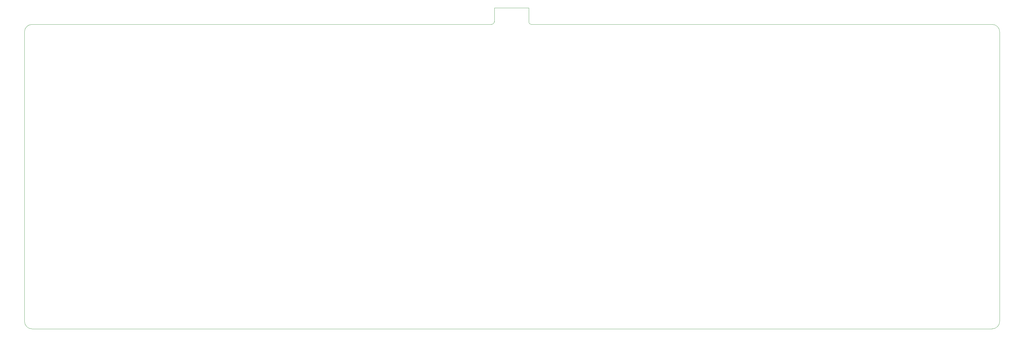
<source format=gm1>
G04 #@! TF.GenerationSoftware,KiCad,Pcbnew,(5.1.5-0-10_14)*
G04 #@! TF.CreationDate,2019-12-31T13:28:22+01:00*
G04 #@! TF.ProjectId,aek67,61656b36-372e-46b6-9963-61645f706362,rev?*
G04 #@! TF.SameCoordinates,Original*
G04 #@! TF.FileFunction,Profile,NP*
%FSLAX46Y46*%
G04 Gerber Fmt 4.6, Leading zero omitted, Abs format (unit mm)*
G04 Created by KiCad (PCBNEW (5.1.5-0-10_14)) date 2019-12-31 13:28:22*
%MOMM*%
%LPD*%
G04 APERTURE LIST*
%ADD10C,0.050000*%
G04 APERTURE END LIST*
D10*
X178950647Y-20632021D02*
X323056250Y-20637500D01*
X166687500Y-20637500D02*
X23018750Y-20637500D01*
X178250000Y-15500000D02*
X178250000Y-19843750D01*
X167500000Y-15500000D02*
X167481250Y-19843750D01*
X167481250Y-19843750D02*
G75*
G02X166687500Y-20637500I-793750J0D01*
G01*
X178950647Y-20632021D02*
G75*
G02X178250000Y-19843750I93103J788271D01*
G01*
X167500000Y-15500000D02*
X178250000Y-15500000D01*
X20637500Y-23018750D02*
G75*
G02X23018750Y-20637500I2381250J0D01*
G01*
X20637500Y-113506250D02*
X20637500Y-23018750D01*
X23018750Y-115887500D02*
G75*
G02X20637500Y-113506250I0J2381250D01*
G01*
X323056250Y-115887500D02*
X23018750Y-115887500D01*
X325437500Y-113506250D02*
G75*
G02X323056250Y-115887500I-2381250J0D01*
G01*
X325437500Y-23018750D02*
X325437500Y-113506250D01*
X323056250Y-20637500D02*
G75*
G02X325437500Y-23018750I0J-2381250D01*
G01*
M02*

</source>
